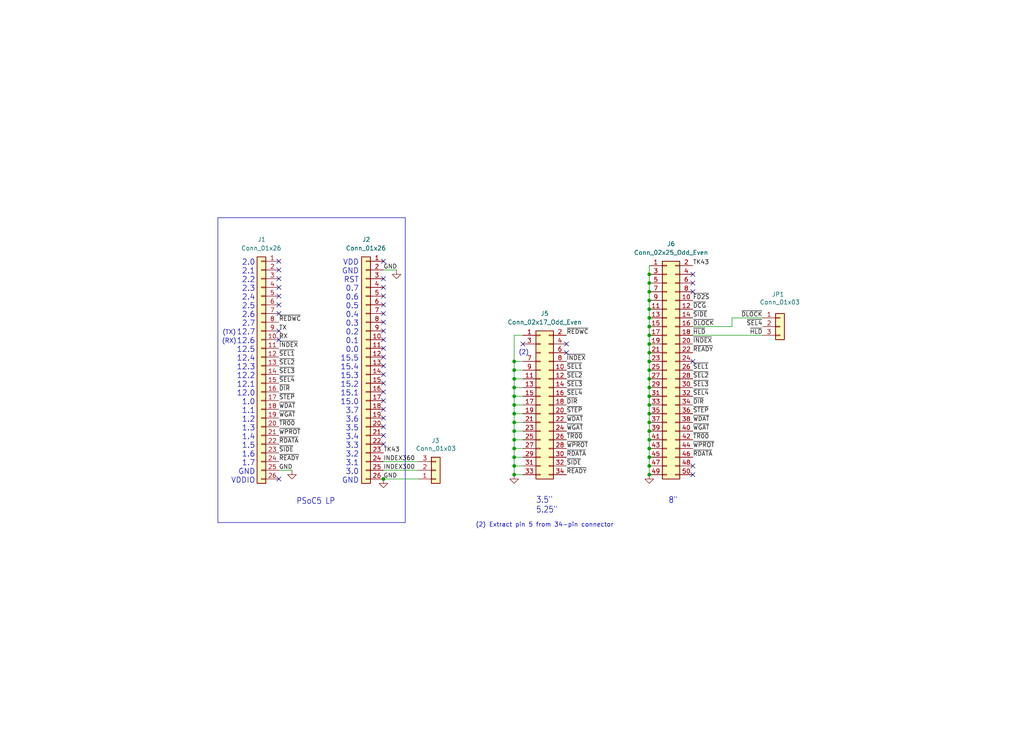
<source format=kicad_sch>
(kicad_sch (version 20231120) (generator "eeschema") (generator_version "8.0")
  (paper "User" 298.45 217.322)
  (title_block (title "FluxEngine_IO") (date "2024-04-08") (rev "001") (company "Brian K. White - b.kenyon.w@gmail.com") (comment 1 "CC BY-SA") (comment 2 "github.com/bkw777/FluxEngine_Kit"))
  (lib_symbols
    (symbol "000_LOCAL:Conn_01x03" (pin_names (offset 1.016) hide)
      (property "Reference" "J" (at 0 5.08 0))
      (property "Value" "Conn_01x03" (at 0 -5.08 0))
      (symbol "Conn_01x03_1_1"
        (rectangle (start -1.27 -2.413) (end 0 -2.667) (stroke (width 0.1524)))
        (rectangle (start -1.27 0.127) (end 0 -0.127) (stroke (width 0.1524)))
        (rectangle (start -1.27 2.667) (end 0 2.413) (stroke (width 0.1524)))
        (rectangle (start -1.27 3.81) (end 1.27 -3.81) (stroke (width 0.254)) (fill (type background)))
        (pin passive line (at -5.08 2.54 0) (length 3.81) (name "Pin_1") (number "1"))
        (pin passive line (at -5.08 0 0) (length 3.81) (name "Pin_2") (number "2"))
        (pin passive line (at -5.08 -2.54 0) (length 3.81) (name "Pin_3") (number "3"))
      )
    )
    (symbol "000_LOCAL:Conn_01x26" (pin_names (offset 1.016) hide)
      (property "Reference" "J" (at 0 33.02 0))
      (property "Value" "Conn_01x26" (at 0 -35.56 0))
      (symbol "Conn_01x26_1_1"
        (rectangle (start -1.27 -32.893) (end 0 -33.147) (stroke (width 0.1524)))
        (rectangle (start -1.27 -30.353) (end 0 -30.607) (stroke (width 0.1524)))
        (rectangle (start -1.27 -27.813) (end 0 -28.067) (stroke (width 0.1524)))
        (rectangle (start -1.27 -25.273) (end 0 -25.527) (stroke (width 0.1524)))
        (rectangle (start -1.27 -22.733) (end 0 -22.987) (stroke (width 0.1524)))
        (rectangle (start -1.27 -20.193) (end 0 -20.447) (stroke (width 0.1524)))
        (rectangle (start -1.27 -17.653) (end 0 -17.907) (stroke (width 0.1524)))
        (rectangle (start -1.27 -15.113) (end 0 -15.367) (stroke (width 0.1524)))
        (rectangle (start -1.27 -12.573) (end 0 -12.827) (stroke (width 0.1524)))
        (rectangle (start -1.27 -10.033) (end 0 -10.287) (stroke (width 0.1524)))
        (rectangle (start -1.27 -7.493) (end 0 -7.747) (stroke (width 0.1524)))
        (rectangle (start -1.27 -4.953) (end 0 -5.207) (stroke (width 0.1524)))
        (rectangle (start -1.27 -2.413) (end 0 -2.667) (stroke (width 0.1524)))
        (rectangle (start -1.27 0.127) (end 0 -0.127) (stroke (width 0.1524)))
        (rectangle (start -1.27 2.667) (end 0 2.413) (stroke (width 0.1524)))
        (rectangle (start -1.27 5.207) (end 0 4.953) (stroke (width 0.1524)))
        (rectangle (start -1.27 7.747) (end 0 7.493) (stroke (width 0.1524)))
        (rectangle (start -1.27 10.287) (end 0 10.033) (stroke (width 0.1524)))
        (rectangle (start -1.27 12.827) (end 0 12.573) (stroke (width 0.1524)))
        (rectangle (start -1.27 15.367) (end 0 15.113) (stroke (width 0.1524)))
        (rectangle (start -1.27 17.907) (end 0 17.653) (stroke (width 0.1524)))
        (rectangle (start -1.27 20.447) (end 0 20.193) (stroke (width 0.1524)))
        (rectangle (start -1.27 22.987) (end 0 22.733) (stroke (width 0.1524)))
        (rectangle (start -1.27 25.527) (end 0 25.273) (stroke (width 0.1524)))
        (rectangle (start -1.27 28.067) (end 0 27.813) (stroke (width 0.1524)))
        (rectangle (start -1.27 30.607) (end 0 30.353) (stroke (width 0.1524)))
        (rectangle (start -1.27 31.75) (end 1.27 -34.29) (stroke (width 0.254)) (fill (type background)))
        (pin passive line (at -5.08 30.48 0) (length 3.81) (name "Pin_1") (number "1"))
        (pin passive line (at -5.08 7.62 0) (length 3.81) (name "Pin_10") (number "10"))
        (pin passive line (at -5.08 5.08 0) (length 3.81) (name "Pin_11") (number "11"))
        (pin passive line (at -5.08 2.54 0) (length 3.81) (name "Pin_12") (number "12"))
        (pin passive line (at -5.08 0 0) (length 3.81) (name "Pin_13") (number "13"))
        (pin passive line (at -5.08 -2.54 0) (length 3.81) (name "Pin_14") (number "14"))
        (pin passive line (at -5.08 -5.08 0) (length 3.81) (name "Pin_15") (number "15"))
        (pin passive line (at -5.08 -7.62 0) (length 3.81) (name "Pin_16") (number "16"))
        (pin passive line (at -5.08 -10.16 0) (length 3.81) (name "Pin_17") (number "17"))
        (pin passive line (at -5.08 -12.7 0) (length 3.81) (name "Pin_18") (number "18"))
        (pin passive line (at -5.08 -15.24 0) (length 3.81) (name "Pin_19") (number "19"))
        (pin passive line (at -5.08 27.94 0) (length 3.81) (name "Pin_2") (number "2"))
        (pin passive line (at -5.08 -17.78 0) (length 3.81) (name "Pin_20") (number "20"))
        (pin passive line (at -5.08 -20.32 0) (length 3.81) (name "Pin_21") (number "21"))
        (pin passive line (at -5.08 -22.86 0) (length 3.81) (name "Pin_22") (number "22"))
        (pin passive line (at -5.08 -25.4 0) (length 3.81) (name "Pin_23") (number "23"))
        (pin passive line (at -5.08 -27.94 0) (length 3.81) (name "Pin_24") (number "24"))
        (pin passive line (at -5.08 -30.48 0) (length 3.81) (name "Pin_25") (number "25"))
        (pin passive line (at -5.08 -33.02 0) (length 3.81) (name "Pin_26") (number "26"))
        (pin passive line (at -5.08 25.4 0) (length 3.81) (name "Pin_3") (number "3"))
        (pin passive line (at -5.08 22.86 0) (length 3.81) (name "Pin_4") (number "4"))
        (pin passive line (at -5.08 20.32 0) (length 3.81) (name "Pin_5") (number "5"))
        (pin passive line (at -5.08 17.78 0) (length 3.81) (name "Pin_6") (number "6"))
        (pin passive line (at -5.08 15.24 0) (length 3.81) (name "Pin_7") (number "7"))
        (pin passive line (at -5.08 12.7 0) (length 3.81) (name "Pin_8") (number "8"))
        (pin passive line (at -5.08 10.16 0) (length 3.81) (name "Pin_9") (number "9"))
      )
    )
    (symbol "000_LOCAL:Conn_02x17_Odd_Even_-_FDD" (pin_names (offset 1.016) hide)
      (property "Reference" "J" (at 1.27 22.86 0))
      (property "Value" "Conn_02x17_Odd_Even_-_FDD" (at 1.27 -22.86 0))
      (symbol "Conn_02x17_Odd_Even_-_FDD_1_1"
        (rectangle (start -1.27 -20.193) (end 0 -20.447) (stroke (width 0.1524)))
        (rectangle (start -1.27 -17.653) (end 0 -17.907) (stroke (width 0.1524)))
        (rectangle (start -1.27 -15.113) (end 0 -15.367) (stroke (width 0.1524)))
        (rectangle (start -1.27 -12.573) (end 0 -12.827) (stroke (width 0.1524)))
        (rectangle (start -1.27 -10.033) (end 0 -10.287) (stroke (width 0.1524)))
        (rectangle (start -1.27 -7.493) (end 0 -7.747) (stroke (width 0.1524)))
        (rectangle (start -1.27 -4.953) (end 0 -5.207) (stroke (width 0.1524)))
        (rectangle (start -1.27 -2.413) (end 0 -2.667) (stroke (width 0.1524)))
        (rectangle (start -1.27 0.127) (end 0 -0.127) (stroke (width 0.1524)))
        (rectangle (start -1.27 2.667) (end 0 2.413) (stroke (width 0.1524)))
        (rectangle (start -1.27 5.207) (end 0 4.953) (stroke (width 0.1524)))
        (rectangle (start -1.27 7.747) (end 0 7.493) (stroke (width 0.1524)))
        (rectangle (start -1.27 10.287) (end 0 10.033) (stroke (width 0.1524)))
        (rectangle (start -1.27 12.827) (end 0 12.573) (stroke (width 0.1524)))
        (rectangle (start -1.27 15.367) (end 0 15.113) (stroke (width 0.1524)))
        (rectangle (start -1.27 17.907) (end 0 17.653) (stroke (width 0.1524)))
        (rectangle (start -1.27 20.447) (end 0 20.193) (stroke (width 0.1524)))
        (rectangle (start -1.27 21.59) (end 3.81 -21.59) (stroke (width 0.254)) (fill (type background)))
        (rectangle (start 3.81 -20.193) (end 2.54 -20.447) (stroke (width 0.1524)))
        (rectangle (start 3.81 -17.653) (end 2.54 -17.907) (stroke (width 0.1524)))
        (rectangle (start 3.81 -15.113) (end 2.54 -15.367) (stroke (width 0.1524)))
        (rectangle (start 3.81 -12.573) (end 2.54 -12.827) (stroke (width 0.1524)))
        (rectangle (start 3.81 -10.033) (end 2.54 -10.287) (stroke (width 0.1524)))
        (rectangle (start 3.81 -7.493) (end 2.54 -7.747) (stroke (width 0.1524)))
        (rectangle (start 3.81 -4.953) (end 2.54 -5.207) (stroke (width 0.1524)))
        (rectangle (start 3.81 -2.413) (end 2.54 -2.667) (stroke (width 0.1524)))
        (rectangle (start 3.81 0.127) (end 2.54 -0.127) (stroke (width 0.1524)))
        (rectangle (start 3.81 2.667) (end 2.54 2.413) (stroke (width 0.1524)))
        (rectangle (start 3.81 5.207) (end 2.54 4.953) (stroke (width 0.1524)))
        (rectangle (start 3.81 7.747) (end 2.54 7.493) (stroke (width 0.1524)))
        (rectangle (start 3.81 10.287) (end 2.54 10.033) (stroke (width 0.1524)))
        (rectangle (start 3.81 12.827) (end 2.54 12.573) (stroke (width 0.1524)))
        (rectangle (start 3.81 15.367) (end 2.54 15.113) (stroke (width 0.1524)))
        (rectangle (start 3.81 17.907) (end 2.54 17.653) (stroke (width 0.1524)))
        (rectangle (start 3.81 20.447) (end 2.54 20.193) (stroke (width 0.1524)))
        (pin passive line (at -5.08 20.32 0) (length 3.81) (name "Pin_1") (number "1"))
        (pin passive line (at 7.62 10.16 180) (length 3.81) (name "Pin_10") (number "10"))
        (pin passive line (at -5.08 7.62 0) (length 3.81) (name "Pin_11") (number "11"))
        (pin passive line (at 7.62 7.62 180) (length 3.81) (name "Pin_12") (number "12"))
        (pin passive line (at -5.08 5.08 0) (length 3.81) (name "Pin_13") (number "13"))
        (pin passive line (at 7.62 5.08 180) (length 3.81) (name "Pin_14") (number "14"))
        (pin passive line (at -5.08 2.54 0) (length 3.81) (name "Pin_15") (number "15"))
        (pin passive line (at 7.62 2.54 180) (length 3.81) (name "Pin_16") (number "16"))
        (pin passive line (at -5.08 0 0) (length 3.81) (name "Pin_17") (number "17"))
        (pin passive line (at 7.62 0 180) (length 3.81) (name "Pin_18") (number "18"))
        (pin passive line (at -5.08 -2.54 0) (length 3.81) (name "Pin_19") (number "19"))
        (pin passive line (at 7.62 20.32 180) (length 3.81) (name "Pin_2") (number "2"))
        (pin passive line (at 7.62 -2.54 180) (length 3.81) (name "Pin_20") (number "20"))
        (pin passive line (at -5.08 -5.08 0) (length 3.81) (name "Pin_21") (number "21"))
        (pin passive line (at 7.62 -5.08 180) (length 3.81) (name "Pin_22") (number "22"))
        (pin passive line (at -5.08 -7.62 0) (length 3.81) (name "Pin_23") (number "23"))
        (pin passive line (at 7.62 -7.62 180) (length 3.81) (name "Pin_24") (number "24"))
        (pin passive line (at -5.08 -10.16 0) (length 3.81) (name "Pin_25") (number "25"))
        (pin passive line (at 7.62 -10.16 180) (length 3.81) (name "Pin_26") (number "26"))
        (pin passive line (at -5.08 -12.7 0) (length 3.81) (name "Pin_27") (number "27"))
        (pin passive line (at 7.62 -12.7 180) (length 3.81) (name "Pin_28") (number "28"))
        (pin passive line (at -5.08 -15.24 0) (length 3.81) (name "Pin_29") (number "29"))
        (pin passive line (at -5.08 17.78 0) (length 3.81) (name "Pin_3") (number "3"))
        (pin passive line (at 7.62 -15.24 180) (length 3.81) (name "Pin_30") (number "30"))
        (pin passive line (at -5.08 -17.78 0) (length 3.81) (name "Pin_31") (number "31"))
        (pin passive line (at 7.62 -17.78 180) (length 3.81) (name "Pin_32") (number "32"))
        (pin passive line (at -5.08 -20.32 0) (length 3.81) (name "Pin_33") (number "33"))
        (pin passive line (at 7.62 -20.32 180) (length 3.81) (name "Pin_34") (number "34"))
        (pin passive line (at 7.62 17.78 180) (length 3.81) (name "Pin_4") (number "4"))
        (pin passive line (at 7.62 15.24 180) (length 3.81) (name "Pin_6") (number "6"))
        (pin passive line (at -5.08 12.7 0) (length 3.81) (name "Pin_7") (number "7"))
        (pin passive line (at 7.62 12.7 180) (length 3.81) (name "Pin_8") (number "8"))
        (pin passive line (at -5.08 10.16 0) (length 3.81) (name "Pin_9") (number "9"))
      )
    )
    (symbol "000_LOCAL:Conn_02x25_Odd_Even" (pin_names (offset 1.016) hide)
      (property "Reference" "J" (at 1.27 33.02 0))
      (property "Value" "Conn_02x25_Odd_Even" (at 1.27 -33.02 0))
      (symbol "Conn_02x25_Odd_Even_1_1"
        (rectangle (start -1.27 -30.353) (end 0 -30.607) (stroke (width 0.1524)))
        (rectangle (start -1.27 -27.813) (end 0 -28.067) (stroke (width 0.1524)))
        (rectangle (start -1.27 -25.273) (end 0 -25.527) (stroke (width 0.1524)))
        (rectangle (start -1.27 -22.733) (end 0 -22.987) (stroke (width 0.1524)))
        (rectangle (start -1.27 -20.193) (end 0 -20.447) (stroke (width 0.1524)))
        (rectangle (start -1.27 -17.653) (end 0 -17.907) (stroke (width 0.1524)))
        (rectangle (start -1.27 -15.113) (end 0 -15.367) (stroke (width 0.1524)))
        (rectangle (start -1.27 -12.573) (end 0 -12.827) (stroke (width 0.1524)))
        (rectangle (start -1.27 -10.033) (end 0 -10.287) (stroke (width 0.1524)))
        (rectangle (start -1.27 -7.493) (end 0 -7.747) (stroke (width 0.1524)))
        (rectangle (start -1.27 -4.953) (end 0 -5.207) (stroke (width 0.1524)))
        (rectangle (start -1.27 -2.413) (end 0 -2.667) (stroke (width 0.1524)))
        (rectangle (start -1.27 0.127) (end 0 -0.127) (stroke (width 0.1524)))
        (rectangle (start -1.27 2.667) (end 0 2.413) (stroke (width 0.1524)))
        (rectangle (start -1.27 5.207) (end 0 4.953) (stroke (width 0.1524)))
        (rectangle (start -1.27 7.747) (end 0 7.493) (stroke (width 0.1524)))
        (rectangle (start -1.27 10.287) (end 0 10.033) (stroke (width 0.1524)))
        (rectangle (start -1.27 12.827) (end 0 12.573) (stroke (width 0.1524)))
        (rectangle (start -1.27 15.367) (end 0 15.113) (stroke (width 0.1524)))
        (rectangle (start -1.27 17.907) (end 0 17.653) (stroke (width 0.1524)))
        (rectangle (start -1.27 20.447) (end 0 20.193) (stroke (width 0.1524)))
        (rectangle (start -1.27 22.987) (end 0 22.733) (stroke (width 0.1524)))
        (rectangle (start -1.27 25.527) (end 0 25.273) (stroke (width 0.1524)))
        (rectangle (start -1.27 28.067) (end 0 27.813) (stroke (width 0.1524)))
        (rectangle (start -1.27 30.607) (end 0 30.353) (stroke (width 0.1524)))
        (rectangle (start -1.27 31.75) (end 3.81 -31.75) (stroke (width 0.254)) (fill (type background)))
        (rectangle (start 3.81 -30.353) (end 2.54 -30.607) (stroke (width 0.1524)))
        (rectangle (start 3.81 -27.813) (end 2.54 -28.067) (stroke (width 0.1524)))
        (rectangle (start 3.81 -25.273) (end 2.54 -25.527) (stroke (width 0.1524)))
        (rectangle (start 3.81 -22.733) (end 2.54 -22.987) (stroke (width 0.1524)))
        (rectangle (start 3.81 -20.193) (end 2.54 -20.447) (stroke (width 0.1524)))
        (rectangle (start 3.81 -17.653) (end 2.54 -17.907) (stroke (width 0.1524)))
        (rectangle (start 3.81 -15.113) (end 2.54 -15.367) (stroke (width 0.1524)))
        (rectangle (start 3.81 -12.573) (end 2.54 -12.827) (stroke (width 0.1524)))
        (rectangle (start 3.81 -10.033) (end 2.54 -10.287) (stroke (width 0.1524)))
        (rectangle (start 3.81 -7.493) (end 2.54 -7.747) (stroke (width 0.1524)))
        (rectangle (start 3.81 -4.953) (end 2.54 -5.207) (stroke (width 0.1524)))
        (rectangle (start 3.81 -2.413) (end 2.54 -2.667) (stroke (width 0.1524)))
        (rectangle (start 3.81 0.127) (end 2.54 -0.127) (stroke (width 0.1524)))
        (rectangle (start 3.81 2.667) (end 2.54 2.413) (stroke (width 0.1524)))
        (rectangle (start 3.81 5.207) (end 2.54 4.953) (stroke (width 0.1524)))
        (rectangle (start 3.81 7.747) (end 2.54 7.493) (stroke (width 0.1524)))
        (rectangle (start 3.81 10.287) (end 2.54 10.033) (stroke (width 0.1524)))
        (rectangle (start 3.81 12.827) (end 2.54 12.573) (stroke (width 0.1524)))
        (rectangle (start 3.81 15.367) (end 2.54 15.113) (stroke (width 0.1524)))
        (rectangle (start 3.81 17.907) (end 2.54 17.653) (stroke (width 0.1524)))
        (rectangle (start 3.81 20.447) (end 2.54 20.193) (stroke (width 0.1524)))
        (rectangle (start 3.81 22.987) (end 2.54 22.733) (stroke (width 0.1524)))
        (rectangle (start 3.81 25.527) (end 2.54 25.273) (stroke (width 0.1524)))
        (rectangle (start 3.81 28.067) (end 2.54 27.813) (stroke (width 0.1524)))
        (rectangle (start 3.81 30.607) (end 2.54 30.353) (stroke (width 0.1524)))
        (pin passive line (at -5.08 30.48 0) (length 3.81) (name "Pin_1") (number "1"))
        (pin passive line (at 7.62 20.32 180) (length 3.81) (name "Pin_10") (number "10"))
        (pin passive line (at -5.08 17.78 0) (length 3.81) (name "Pin_11") (number "11"))
        (pin passive line (at 7.62 17.78 180) (length 3.81) (name "Pin_12") (number "12"))
        (pin passive line (at -5.08 15.24 0) (length 3.81) (name "Pin_13") (number "13"))
        (pin passive line (at 7.62 15.24 180) (length 3.81) (name "Pin_14") (number "14"))
        (pin passive line (at -5.08 12.7 0) (length 3.81) (name "Pin_15") (number "15"))
        (pin passive line (at 7.62 12.7 180) (length 3.81) (name "Pin_16") (number "16"))
        (pin passive line (at -5.08 10.16 0) (length 3.81) (name "Pin_17") (number "17"))
        (pin passive line (at 7.62 10.16 180) (length 3.81) (name "Pin_18") (number "18"))
        (pin passive line (at -5.08 7.62 0) (length 3.81) (name "Pin_19") (number "19"))
        (pin passive line (at 7.62 30.48 180) (length 3.81) (name "Pin_2") (number "2"))
        (pin passive line (at 7.62 7.62 180) (length 3.81) (name "Pin_20") (number "20"))
        (pin passive line (at -5.08 5.08 0) (length 3.81) (name "Pin_21") (number "21"))
        (pin passive line (at 7.62 5.08 180) (length 3.81) (name "Pin_22") (number "22"))
        (pin passive line (at -5.08 2.54 0) (length 3.81) (name "Pin_23") (number "23"))
        (pin passive line (at 7.62 2.54 180) (length 3.81) (name "Pin_24") (number "24"))
        (pin passive line (at -5.08 0 0) (length 3.81) (name "Pin_25") (number "25"))
        (pin passive line (at 7.62 0 180) (length 3.81) (name "Pin_26") (number "26"))
        (pin passive line (at -5.08 -2.54 0) (length 3.81) (name "Pin_27") (number "27"))
        (pin passive line (at 7.62 -2.54 180) (length 3.81) (name "Pin_28") (number "28"))
        (pin passive line (at -5.08 -5.08 0) (length 3.81) (name "Pin_29") (number "29"))
        (pin passive line (at -5.08 27.94 0) (length 3.81) (name "Pin_3") (number "3"))
        (pin passive line (at 7.62 -5.08 180) (length 3.81) (name "Pin_30") (number "30"))
        (pin passive line (at -5.08 -7.62 0) (length 3.81) (name "Pin_31") (number "31"))
        (pin passive line (at 7.62 -7.62 180) (length 3.81) (name "Pin_32") (number "32"))
        (pin passive line (at -5.08 -10.16 0) (length 3.81) (name "Pin_33") (number "33"))
        (pin passive line (at 7.62 -10.16 180) (length 3.81) (name "Pin_34") (number "34"))
        (pin passive line (at -5.08 -12.7 0) (length 3.81) (name "Pin_35") (number "35"))
        (pin passive line (at 7.62 -12.7 180) (length 3.81) (name "Pin_36") (number "36"))
        (pin passive line (at -5.08 -15.24 0) (length 3.81) (name "Pin_37") (number "37"))
        (pin passive line (at 7.62 -15.24 180) (length 3.81) (name "Pin_38") (number "38"))
        (pin passive line (at -5.08 -17.78 0) (length 3.81) (name "Pin_39") (number "39"))
        (pin passive line (at 7.62 27.94 180) (length 3.81) (name "Pin_4") (number "4"))
        (pin passive line (at 7.62 -17.78 180) (length 3.81) (name "Pin_40") (number "40"))
        (pin passive line (at -5.08 -20.32 0) (length 3.81) (name "Pin_41") (number "41"))
        (pin passive line (at 7.62 -20.32 180) (length 3.81) (name "Pin_42") (number "42"))
        (pin passive line (at -5.08 -22.86 0) (length 3.81) (name "Pin_43") (number "43"))
        (pin passive line (at 7.62 -22.86 180) (length 3.81) (name "Pin_44") (number "44"))
        (pin passive line (at -5.08 -25.4 0) (length 3.81) (name "Pin_45") (number "45"))
        (pin passive line (at 7.62 -25.4 180) (length 3.81) (name "Pin_46") (number "46"))
        (pin passive line (at -5.08 -27.94 0) (length 3.81) (name "Pin_47") (number "47"))
        (pin passive line (at 7.62 -27.94 180) (length 3.81) (name "Pin_48") (number "48"))
        (pin passive line (at -5.08 -30.48 0) (length 3.81) (name "Pin_49") (number "49"))
        (pin passive line (at -5.08 25.4 0) (length 3.81) (name "Pin_5") (number "5"))
        (pin passive line (at 7.62 -30.48 180) (length 3.81) (name "Pin_50") (number "50"))
        (pin passive line (at 7.62 25.4 180) (length 3.81) (name "Pin_6") (number "6"))
        (pin passive line (at -5.08 22.86 0) (length 3.81) (name "Pin_7") (number "7"))
        (pin passive line (at 7.62 22.86 180) (length 3.81) (name "Pin_8") (number "8"))
        (pin passive line (at -5.08 20.32 0) (length 3.81) (name "Pin_9") (number "9"))
      )
    )
    (symbol "power:GND" (power) (pin_numbers hide) (pin_names (offset 0) hide)
      (property "Value" "GND" (at 0 -3.81 0))
      (symbol "GND_0_1"
        (polyline (pts (xy 0 0) (xy 0 -1.27) (xy 1.27 -1.27) (xy 0 -2.54) (xy -1.27 -1.27) (xy 0 -1.27)))
      )
      (symbol "GND_1_1"
        (pin power_in line (at 0 0 270) (length 0) (name "~") (number "1"))
      )
    )
  )
  (junction (at 149.86 138.43))
  (junction (at 149.86 133.35))
  (junction (at 189.23 90.17))
  (junction (at 111.76 139.7))
  (junction (at 149.86 128.27))
  (junction (at 149.86 113.03))
  (junction (at 149.86 107.95))
  (junction (at 189.23 113.03))
  (junction (at 149.86 118.11))
  (junction (at 189.23 107.95))
  (junction (at 189.23 87.63))
  (junction (at 189.23 82.55))
  (junction (at 149.86 135.89))
  (junction (at 189.23 80.01))
  (junction (at 189.23 115.57))
  (junction (at 189.23 97.79))
  (junction (at 189.23 120.65))
  (junction (at 189.23 92.71))
  (junction (at 189.23 105.41))
  (junction (at 189.23 123.19))
  (junction (at 189.23 118.11))
  (junction (at 149.86 125.73))
  (junction (at 189.23 85.09))
  (junction (at 189.23 133.35))
  (junction (at 189.23 100.33))
  (junction (at 189.23 125.73))
  (junction (at 149.86 120.65))
  (junction (at 189.23 95.25))
  (junction (at 189.23 138.43))
  (junction (at 149.86 110.49))
  (junction (at 189.23 102.87))
  (junction (at 189.23 128.27))
  (junction (at 149.86 115.57))
  (junction (at 189.23 130.81))
  (junction (at 149.86 123.19))
  (junction (at 189.23 135.89))
  (junction (at 189.23 110.49))
  (junction (at 149.86 130.81))
  (junction (at 149.86 105.41))
  (no_connect (at 81.28 86.36))
  (no_connect (at 111.76 81.28))
  (no_connect (at 111.76 127))
  (no_connect (at 201.93 105.41))
  (no_connect (at 111.76 91.44))
  (no_connect (at 111.76 104.14))
  (no_connect (at 81.28 78.74))
  (no_connect (at 111.76 96.52))
  (no_connect (at 111.76 121.92))
  (no_connect (at 81.28 91.44))
  (no_connect (at 81.28 88.9))
  (no_connect (at 201.93 135.89))
  (no_connect (at 111.76 116.84))
  (no_connect (at 165.1 102.87))
  (no_connect (at 111.76 88.9))
  (no_connect (at 81.28 99.06))
  (no_connect (at 152.4 100.33))
  (no_connect (at 111.76 111.76))
  (no_connect (at 81.28 76.2))
  (no_connect (at 111.76 124.46))
  (no_connect (at 81.28 96.52))
  (no_connect (at 111.76 106.68))
  (no_connect (at 81.28 81.28))
  (no_connect (at 111.76 83.82))
  (no_connect (at 81.28 83.82))
  (no_connect (at 165.1 100.33))
  (no_connect (at 201.93 82.55))
  (no_connect (at 111.76 86.36))
  (no_connect (at 201.93 85.09))
  (no_connect (at 201.93 138.43))
  (no_connect (at 111.76 109.22))
  (no_connect (at 111.76 114.3))
  (no_connect (at 111.76 76.2))
  (no_connect (at 81.28 139.7))
  (no_connect (at 111.76 101.6))
  (no_connect (at 201.93 80.01))
  (no_connect (at 111.76 129.54))
  (no_connect (at 111.76 99.06))
  (no_connect (at 111.76 93.98))
  (no_connect (at 111.76 119.38))
  (wire (pts (xy 111.76 139.7) (xy 121.92 139.7)))
  (wire (pts (xy 152.4 138.43) (xy 149.86 138.43)) (stroke (width 0.1524)))
  (wire (pts (xy 149.86 128.27) (xy 149.86 125.73)) (stroke (width 0.1524)))
  (wire (pts (xy 189.23 115.57) (xy 189.23 118.11)))
  (wire (pts (xy 152.4 113.03) (xy 149.86 113.03)) (stroke (width 0.1524)))
  (wire (pts (xy 81.28 137.16) (xy 85.09 137.16)))
  (wire (pts (xy 149.86 115.57) (xy 149.86 113.03)) (stroke (width 0.1524)))
  (wire (pts (xy 189.23 113.03) (xy 189.23 115.57)))
  (wire (pts (xy 152.4 133.35) (xy 149.86 133.35)) (stroke (width 0.1524)))
  (wire (pts (xy 201.93 95.25) (xy 213.36 95.25)))
  (wire (pts (xy 189.23 125.73) (xy 189.23 128.27)))
  (wire (pts (xy 149.86 107.95) (xy 149.86 105.41)) (stroke (width 0.1524)))
  (wire (pts (xy 189.23 102.87) (xy 189.23 105.41)))
  (wire (pts (xy 213.36 92.71) (xy 222.25 92.71)))
  (wire (pts (xy 189.23 128.27) (xy 189.23 130.81)))
  (wire (pts (xy 189.23 90.17) (xy 189.23 92.71)))
  (wire (pts (xy 189.23 80.01) (xy 189.23 82.55)))
  (wire (pts (xy 111.76 78.74) (xy 115.57 78.74)))
  (wire (pts (xy 189.23 135.89) (xy 189.23 138.43)))
  (wire (pts (xy 213.36 95.25) (xy 213.36 92.71)))
  (wire (pts (xy 189.23 87.63) (xy 189.23 90.17)))
  (wire (pts (xy 189.23 82.55) (xy 189.23 85.09)))
  (wire (pts (xy 149.86 118.11) (xy 149.86 115.57)) (stroke (width 0.1524)))
  (wire (pts (xy 189.23 120.65) (xy 189.23 123.19)))
  (wire (pts (xy 152.4 123.19) (xy 149.86 123.19)) (stroke (width 0.1524)))
  (wire (pts (xy 149.86 105.41) (xy 149.86 97.79)) (stroke (width 0.1524)))
  (wire (pts (xy 152.4 130.81) (xy 149.86 130.81)) (stroke (width 0.1524)))
  (wire (pts (xy 152.4 105.41) (xy 149.86 105.41)) (stroke (width 0.1524)))
  (wire (pts (xy 152.4 135.89) (xy 149.86 135.89)) (stroke (width 0.1524)))
  (wire (pts (xy 189.23 95.25) (xy 189.23 97.79)))
  (wire (pts (xy 149.86 120.65) (xy 149.86 118.11)) (stroke (width 0.1524)))
  (wire (pts (xy 189.23 97.79) (xy 189.23 100.33)))
  (wire (pts (xy 201.93 97.79) (xy 222.25 97.79)))
  (wire (pts (xy 189.23 110.49) (xy 189.23 113.03)))
  (wire (pts (xy 152.4 107.95) (xy 149.86 107.95)) (stroke (width 0.1524)))
  (polyline (pts (xy 118.11 152.4) (xy 63.5 152.4)) (stroke (width 0.1524) (type solid)))
  (wire (pts (xy 189.23 100.33) (xy 189.23 102.87)))
  (wire (pts (xy 149.86 125.73) (xy 149.86 123.19)) (stroke (width 0.1524)))
  (wire (pts (xy 149.86 138.43) (xy 149.86 135.89)) (stroke (width 0.1524)))
  (wire (pts (xy 152.4 118.11) (xy 149.86 118.11)) (stroke (width 0.1524)))
  (wire (pts (xy 149.86 110.49) (xy 149.86 107.95)) (stroke (width 0.1524)))
  (wire (pts (xy 149.86 123.19) (xy 149.86 120.65)) (stroke (width 0.1524)))
  (wire (pts (xy 189.23 77.47) (xy 189.23 80.01)))
  (wire (pts (xy 152.4 128.27) (xy 149.86 128.27)) (stroke (width 0.1524)))
  (wire (pts (xy 111.76 137.16) (xy 121.92 137.16)) (stroke (width 0.1524)))
  (polyline (pts (xy 63.5 63.5) (xy 118.11 63.5)) (stroke (width 0.1524) (type solid)))
  (wire (pts (xy 189.23 92.71) (xy 189.23 95.25)))
  (wire (pts (xy 111.76 134.62) (xy 121.92 134.62)) (stroke (width 0.1524)))
  (wire (pts (xy 189.23 105.41) (xy 189.23 107.95)))
  (wire (pts (xy 189.23 107.95) (xy 189.23 110.49)))
  (wire (pts (xy 149.86 133.35) (xy 149.86 130.81)) (stroke (width 0.1524)))
  (wire (pts (xy 149.86 113.03) (xy 149.86 110.49)) (stroke (width 0.1524)))
  (wire (pts (xy 152.4 120.65) (xy 149.86 120.65)) (stroke (width 0.1524)))
  (wire (pts (xy 189.23 85.09) (xy 189.23 87.63)))
  (wire (pts (xy 149.86 135.89) (xy 149.86 133.35)) (stroke (width 0.1524)))
  (wire (pts (xy 189.23 133.35) (xy 189.23 135.89)))
  (wire (pts (xy 189.23 123.19) (xy 189.23 125.73)))
  (wire (pts (xy 152.4 115.57) (xy 149.86 115.57)) (stroke (width 0.1524)))
  (wire (pts (xy 189.23 118.11) (xy 189.23 120.65)))
  (polyline (pts (xy 63.5 152.4) (xy 63.5 63.5)) (stroke (width 0.1524) (type solid)))
  (polyline (pts (xy 118.11 63.5) (xy 118.11 152.4)) (stroke (width 0.1524) (type solid)))
  (wire (pts (xy 189.23 130.81) (xy 189.23 133.35)))
  (wire (pts (xy 152.4 97.79) (xy 149.86 97.79)) (stroke (width 0.1524)))
  (wire (pts (xy 152.4 125.73) (xy 149.86 125.73)) (stroke (width 0.1524)))
  (wire (pts (xy 149.86 130.81) (xy 149.86 128.27)) (stroke (width 0.1524)))
  (wire (pts (xy 152.4 110.49) (xy 149.86 110.49)) (stroke (width 0.1524)))
  (text "3.5\"\n5.25\"" (at 156.21 149.86 0) (effects (font (size 1.778 1.5113)) (justify left bottom)))
  (text "(2)" (at 152.654 102.87 0) (effects (font (size 1.27 1.27))))
  (text "(2) Extract pin 5 from 34-pin connector" (at 158.75 153.162 0) (effects (font (size 1.27 1.27))))
  (text "(RX)" (at 66.802 99.568 0) (effects (font (size 1.27 1.27))))
  (text "PSoC5 LP" (at 86.36 147.32 0) (effects (font (size 1.778 1.5113)) (justify left bottom)))
  (text "8\"" (at 194.818 147.066 0) (effects (font (size 1.778 1.5113)) (justify left bottom)))
  (text "2.0\n2.1\n2.2\n2.3\n2.4\n2.5\n2.6\n2.7\n12.7\n12.6\n12.5\n12.4\n12.3\n12.2\n12.1\n12.0\n1.0\n1.1\n1.2\n1.3\n1.4\n1.5\n1.6\n1.7\nGND\nVDDIO" (at 74.422 75.692 0) (effects (font (size 1.58 1.58)) (justify right top)))
  (text "VDD\nGND\nRST\n0.7\n0.6\n0.5\n0.4\n0.3\n0.2\n0.1\n0.0\n15.5\n15.4\n15.3\n15.2\n15.1\n15.0\n3.7\n3.6\n3.5\n3.4\n3.3\n3.2\n3.1\n3.0\nGND" (at 104.648 75.692 0) (effects (font (size 1.58 1.58)) (justify right top)))
  (text "(TX)" (at 66.802 97.028 0) (effects (font (size 1.27 1.27))))
  (label "~{SEL2}" (at 201.93 110.49 0) (effects (font (size 1.2446 1.2446))))
  (label "~{WDAT}" (at 165.1 123.19 0) (effects (font (size 1.2446 1.2446))))
  (label "~{WDAT}" (at 201.93 123.19 0) (effects (font (size 1.2446 1.2446))))
  (label "~{SEL4}" (at 81.28 111.76 0) (effects (font (size 1.2446 1.2446))))
  (label "~{SEL4}" (at 201.93 115.57 0) (effects (font (size 1.2446 1.2446))))
  (label "TK43" (at 201.93 77.47 0) (effects (font (size 1.2446 1.2446))))
  (label "~{WPROT}" (at 165.1 130.81 0) (effects (font (size 1.2446 1.2446))))
  (label "~{WGAT}" (at 165.1 125.73 0) (effects (font (size 1.2446 1.2446))))
  (label "~{READY}" (at 201.93 102.87 0) (effects (font (size 1.2446 1.2446))))
  (label "RX" (at 81.28 99.06 0) (effects (font (size 1.2446 1.2446))))
  (label "~{REDWC}" (at 165.1 97.79 0) (effects (font (size 1.2446 1.2446))))
  (label "GND" (at 81.28 137.16 0) (effects (font (size 1.2446 1.2446))))
  (label "GND" (at 111.76 139.7 0) (effects (font (size 1.2446 1.2446))))
  (label "~{SIDE}" (at 165.1 135.89 0) (effects (font (size 1.2446 1.2446))))
  (label "~{TR00}" (at 165.1 128.27 0) (effects (font (size 1.2446 1.2446))))
  (label "~{WPROT}" (at 201.93 130.81 0) (effects (font (size 1.2446 1.2446))))
  (label "~{READY}" (at 81.28 134.62 0) (effects (font (size 1.2446 1.2446))))
  (label "~{SEL4}" (at 165.1 115.57 0) (effects (font (size 1.2446 1.2446))))
  (label "~{RDATA}" (at 165.1 133.35 0) (effects (font (size 1.2446 1.2446))))
  (label "~{REDWC}" (at 81.28 93.98 0) (effects (font (size 1.2446 1.2446))))
  (label "~{TR00}" (at 81.28 124.46 0) (effects (font (size 1.2446 1.2446))))
  (label "~{WGAT}" (at 201.93 125.73 0) (effects (font (size 1.2446 1.2446))))
  (label "~{INDEX}" (at 201.93 100.33 0) (effects (font (size 1.2446 1.2446))))
  (label "~{STEP}" (at 165.1 120.65 0) (effects (font (size 1.2446 1.2446))))
  (label "~{RDATA}" (at 81.28 129.54 0) (effects (font (size 1.2446 1.2446))))
  (label "~{SEL1}" (at 201.93 107.95 0) (effects (font (size 1.2446 1.2446))))
  (label "~{STEP}" (at 81.28 116.84 0) (effects (font (size 1.2446 1.2446))))
  (label "~{DLOCK}" (at 201.93 95.25 0) (effects (font (size 1.2446 1.2446))))
  (label "~{DCG}" (at 201.93 90.17 0) (effects (font (size 1.2446 1.2446))))
  (label "~{SIDE}" (at 81.28 132.08 0) (effects (font (size 1.2446 1.2446))))
  (label "~{DLOCK}" (at 222.25 92.71 180) (effects (font (size 1.2446 1.2446))))
  (label "INDEX300" (at 111.76 137.16 0) (effects (font (size 1.2446 1.2446))))
  (label "~{SEL2}" (at 81.28 106.68 0) (effects (font (size 1.2446 1.2446))))
  (label "TK43" (at 111.76 132.08 0) (effects (font (size 1.2446 1.2446))))
  (label "~{TR00}" (at 201.93 128.27 0) (effects (font (size 1.2446 1.2446))))
  (label "~{WGAT}" (at 81.28 121.92 0) (effects (font (size 1.2446 1.2446))))
  (label "~{SEL1}" (at 81.28 104.14 0) (effects (font (size 1.2446 1.2446))))
  (label "INDEX360" (at 111.76 134.62 0) (effects (font (size 1.2446 1.2446))))
  (label "TX" (at 81.28 96.52 0) (effects (font (size 1.2446 1.2446))))
  (label "~{READY}" (at 165.1 138.43 0) (effects (font (size 1.2446 1.2446))))
  (label "~{SEL1}" (at 165.1 107.95 0) (effects (font (size 1.2446 1.2446))))
  (label "~{SEL3}" (at 201.93 113.03 0) (effects (font (size 1.2446 1.2446))))
  (label "~{FD2S}" (at 201.93 87.63 0) (effects (font (size 1.2446 1.2446))))
  (label "~{INDEX}" (at 81.28 101.6 0) (effects (font (size 1.2446 1.2446))))
  (label "~{RDATA}" (at 201.93 133.35 0) (effects (font (size 1.2446 1.2446))))
  (label "~{SEL3}" (at 165.1 113.03 0) (effects (font (size 1.2446 1.2446))))
  (label "~{STEP}" (at 201.93 120.65 0) (effects (font (size 1.2446 1.2446))))
  (label "~{SIDE}" (at 201.93 92.71 0) (effects (font (size 1.2446 1.2446))))
  (label "~{SEL3}" (at 81.28 109.22 0) (effects (font (size 1.2446 1.2446))))
  (label "~{WDAT}" (at 81.28 119.38 0) (effects (font (size 1.2446 1.2446))))
  (label "~{DIR}" (at 81.28 114.3 0) (effects (font (size 1.2446 1.2446))))
  (label "~{INDEX}" (at 165.1 105.41 0) (effects (font (size 1.2446 1.2446))))
  (label "~{SEL4}" (at 222.25 95.25 180) (effects (font (size 1.2446 1.2446))))
  (label "~{SEL2}" (at 165.1 110.49 0) (effects (font (size 1.2446 1.2446))))
  (label "GND" (at 111.76 78.74 0) (effects (font (size 1.2446 1.2446))))
  (label "~{WPROT}" (at 81.28 127 0) (effects (font (size 1.2446 1.2446))))
  (label "~{DIR}" (at 165.1 118.11 0) (effects (font (size 1.2446 1.2446))))
  (label "~{HLD}" (at 201.93 97.79 0) (effects (font (size 1.2446 1.2446))))
  (label "~{DIR}" (at 201.93 118.11 0) (effects (font (size 1.2446 1.2446))))
  (label "~{HLD}" (at 222.25 97.79 180) (effects (font (size 1.2446 1.2446))))
  (symbol (lib_id "000_LOCAL:Conn_02x17_Odd_Even_-_FDD") (at 157.48 118.11 0) (unit 1)
    (property "Reference" "J5" (at 158.75 91.44 0))
    (property "Value" "Conn_02x17_Odd_Even" (at 158.75 93.98 0))
    (property "Footprint" "000_LOCAL:IDC-Header_2x17_P2.54mm_Latch_Vertical - FDD" (effects (hide yes)))
    (property "Datasheet" "datasheets/86130342114345E1LF.pdf" (effects (hide yes)))
    (property "Description" "Generic connector, double row, 02x17, odd/even pin numbering scheme (row 1 odd numbers, row 2 even numbers), script generated (kicad-library-utils/schlib/autogen/connector/)" (effects (hide yes)))
  )
  (symbol (lib_id "000_LOCAL:Conn_01x03") (at 127 137.16 0) (mirror x) (unit 1)
    (property "Reference" "J3" (at 125.73 128.524 0) (effects (justify left)))
    (property "Value" "Conn_01x03" (at 121.158 130.81 0) (effects (justify left)))
    (property "Footprint" "000_LOCAL:PinHeader_1x03_P2.54mm_Vertical" (effects (hide yes)))
    (property "Description" "Generic connector, single row, 01x03, script generated (kicad-library-utils/schlib/autogen/connector/)" (effects (hide yes)))
  )
  (symbol (lib_id "000_LOCAL:Conn_01x26") (at 106.68 106.68 0) (mirror y) (unit 1)
    (property "Reference" "J2" (at 107.95 69.85 0) (effects (justify left)))
    (property "Value" "Conn_01x26" (at 112.522 72.39 0) (effects (justify left)))
    (property "Footprint" "000_LOCAL:PinHeader_1x26_P2.54mm_Vertical" (effects (hide yes)))
    (property "Description" "Generic connector, single row, 01x26, script generated (kicad-library-utils/schlib/autogen/connector/)" (effects (hide yes)))
  )
  (symbol (lib_id "power:GND") (at 85.09 137.16 0) (unit 1)
    (property "Reference" "#PWR03" (effects (hide yes)))
    (property "Value" "GND" (effects (hide yes)))
    (property "Description" "Power symbol creates a global label with name \"GND\" , ground" (effects (hide yes)))
  )
  (symbol (lib_id "000_LOCAL:Conn_02x25_Odd_Even") (at 194.31 107.95 0) (unit 1)
    (property "Reference" "J6" (at 195.58 71.12 0))
    (property "Value" "Conn_02x25_Odd_Even" (at 195.58 73.66 0))
    (property "Footprint" "000_LOCAL:IDC-Header_2x25_P2.54mm_Latch_Vertical" (effects (hide yes)))
    (property "Datasheet" "datasheets/86130502114345E1LF.pdf" (effects (hide yes)))
    (property "Description" "Generic connector, double row, 02x25, odd/even pin numbering scheme (row 1 odd numbers, row 2 even numbers), script generated (kicad-library-utils/schlib/autogen/connector/)" (effects (hide yes)))
  )
  (symbol (lib_id "power:GND") (at 115.57 78.74 0) (mirror y) (unit 1)
    (property "Reference" "#PWR05" (effects (hide yes)))
    (property "Value" "GND" (effects (hide yes)))
    (property "Description" "Power symbol creates a global label with name \"GND\" , ground" (effects (hide yes)))
  )
  (symbol (lib_id "power:GND") (at 189.23 138.43 0) (unit 1)
    (property "Reference" "#PWR06" (effects (hide yes)))
    (property "Value" "GND" (effects (hide yes)))
    (property "Description" "Power symbol creates a global label with name \"GND\" , ground" (effects (hide yes)))
  )
  (symbol (lib_id "000_LOCAL:Conn_01x26") (at 76.2 106.68 0) (mirror y) (unit 1)
    (property "Reference" "J1" (at 77.47 69.85 0) (effects (justify left)))
    (property "Value" "Conn_01x26" (at 82.042 72.39 0) (effects (justify left)))
    (property "Footprint" "000_LOCAL:PinHeader_1x26_P2.54mm_Vertical" (effects (hide yes)))
    (property "Description" "Generic connector, single row, 01x26, script generated (kicad-library-utils/schlib/autogen/connector/)" (effects (hide yes)))
  )
  (symbol (lib_id "power:GND") (at 111.76 139.7 0) (unit 1)
    (property "Reference" "#PWR01" (effects (hide yes)))
    (property "Value" "GND" (effects (hide yes)))
    (property "Description" "Power symbol creates a global label with name \"GND\" , ground" (effects (hide yes)))
  )
  (symbol (lib_id "000_LOCAL:Conn_01x03") (at 227.33 95.25 0) (unit 1)
    (property "Reference" "JP1" (at 228.6 85.852 0) (effects (justify right)))
    (property "Value" "Conn_01x03" (at 233.172 88.138 0) (effects (justify right)))
    (property "Footprint" "000_LOCAL:PinHeader_1x03_P2.54mm_Vertical" (effects (hide yes)))
    (property "Description" "Generic connector, single row, 01x03, script generated (kicad-library-utils/schlib/autogen/connector/)" (effects (hide yes)))
  )
  (symbol (lib_id "power:GND") (at 149.86 138.43 0) (unit 1)
    (property "Reference" "#PWR07" (effects (hide yes)))
    (property "Value" "GND" (effects (hide yes)))
    (property "Description" "Power symbol creates a global label with name \"GND\" , ground" (effects (hide yes)))
  )
)
</source>
